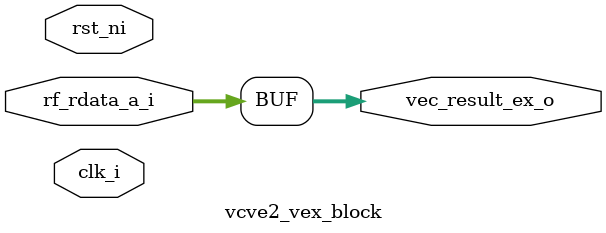
<source format=sv>
/**
* Execution stage for Vector instructions
*
* Contains the vector ALU and MUL/DIV unit
*/

module vcve2_vex_block #(
    parameter int unsigned ELEN = 32,
    parameter int unsigned XLEN = 32
) (
    input  logic                      clk_i,
    input  logic                      rst_ni,
    // Register file input
    input  logic [XLEN-1:0]           rf_rdata_a_i,
    // Output wb value
    output logic [ELEN-1:0]           vec_result_ex_o
);

    // Right now it only forwards this signal for move instructions
    assign vec_result_ex_o = rf_rdata_a_i;

endmodule

</source>
